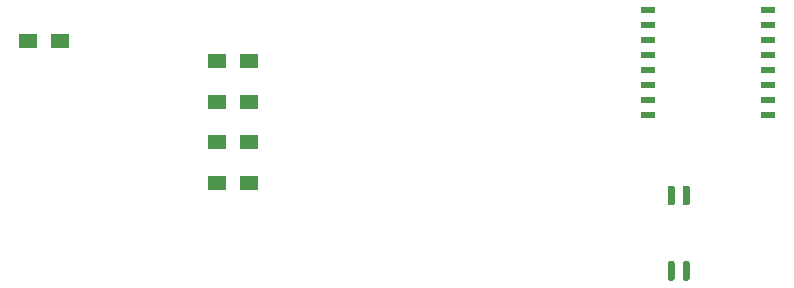
<source format=gbr>
G04 #@! TF.GenerationSoftware,KiCad,Pcbnew,5.1.5-52549c5~84~ubuntu18.04.1*
G04 #@! TF.CreationDate,2020-01-11T13:57:13+01:00*
G04 #@! TF.ProjectId,ESPControllerCircuit,45535043-6f6e-4747-926f-6c6c65724369,rev?*
G04 #@! TF.SameCoordinates,Original*
G04 #@! TF.FileFunction,Paste,Top*
G04 #@! TF.FilePolarity,Positive*
%FSLAX46Y46*%
G04 Gerber Fmt 4.6, Leading zero omitted, Abs format (unit mm)*
G04 Created by KiCad (PCBNEW 5.1.5-52549c5~84~ubuntu18.04.1) date 2020-01-11 13:57:13*
%MOMM*%
%LPD*%
G04 APERTURE LIST*
%ADD10C,0.100000*%
%ADD11R,1.143000X0.508000*%
%ADD12R,1.500000X1.300000*%
G04 APERTURE END LIST*
D10*
G36*
X130549703Y-129875722D02*
G01*
X130564264Y-129877882D01*
X130578543Y-129881459D01*
X130592403Y-129886418D01*
X130605710Y-129892712D01*
X130618336Y-129900280D01*
X130630159Y-129909048D01*
X130641066Y-129918934D01*
X130650952Y-129929841D01*
X130659720Y-129941664D01*
X130667288Y-129954290D01*
X130673582Y-129967597D01*
X130678541Y-129981457D01*
X130682118Y-129995736D01*
X130684278Y-130010297D01*
X130685000Y-130025000D01*
X130685000Y-131350000D01*
X130684278Y-131364703D01*
X130682118Y-131379264D01*
X130678541Y-131393543D01*
X130673582Y-131407403D01*
X130667288Y-131420710D01*
X130659720Y-131433336D01*
X130650952Y-131445159D01*
X130641066Y-131456066D01*
X130630159Y-131465952D01*
X130618336Y-131474720D01*
X130605710Y-131482288D01*
X130592403Y-131488582D01*
X130578543Y-131493541D01*
X130564264Y-131497118D01*
X130549703Y-131499278D01*
X130535000Y-131500000D01*
X130235000Y-131500000D01*
X130220297Y-131499278D01*
X130205736Y-131497118D01*
X130191457Y-131493541D01*
X130177597Y-131488582D01*
X130164290Y-131482288D01*
X130151664Y-131474720D01*
X130139841Y-131465952D01*
X130128934Y-131456066D01*
X130119048Y-131445159D01*
X130110280Y-131433336D01*
X130102712Y-131420710D01*
X130096418Y-131407403D01*
X130091459Y-131393543D01*
X130087882Y-131379264D01*
X130085722Y-131364703D01*
X130085000Y-131350000D01*
X130085000Y-130025000D01*
X130085722Y-130010297D01*
X130087882Y-129995736D01*
X130091459Y-129981457D01*
X130096418Y-129967597D01*
X130102712Y-129954290D01*
X130110280Y-129941664D01*
X130119048Y-129929841D01*
X130128934Y-129918934D01*
X130139841Y-129909048D01*
X130151664Y-129900280D01*
X130164290Y-129892712D01*
X130177597Y-129886418D01*
X130191457Y-129881459D01*
X130205736Y-129877882D01*
X130220297Y-129875722D01*
X130235000Y-129875000D01*
X130535000Y-129875000D01*
X130549703Y-129875722D01*
G37*
G36*
X129279703Y-129875722D02*
G01*
X129294264Y-129877882D01*
X129308543Y-129881459D01*
X129322403Y-129886418D01*
X129335710Y-129892712D01*
X129348336Y-129900280D01*
X129360159Y-129909048D01*
X129371066Y-129918934D01*
X129380952Y-129929841D01*
X129389720Y-129941664D01*
X129397288Y-129954290D01*
X129403582Y-129967597D01*
X129408541Y-129981457D01*
X129412118Y-129995736D01*
X129414278Y-130010297D01*
X129415000Y-130025000D01*
X129415000Y-131350000D01*
X129414278Y-131364703D01*
X129412118Y-131379264D01*
X129408541Y-131393543D01*
X129403582Y-131407403D01*
X129397288Y-131420710D01*
X129389720Y-131433336D01*
X129380952Y-131445159D01*
X129371066Y-131456066D01*
X129360159Y-131465952D01*
X129348336Y-131474720D01*
X129335710Y-131482288D01*
X129322403Y-131488582D01*
X129308543Y-131493541D01*
X129294264Y-131497118D01*
X129279703Y-131499278D01*
X129265000Y-131500000D01*
X128965000Y-131500000D01*
X128950297Y-131499278D01*
X128935736Y-131497118D01*
X128921457Y-131493541D01*
X128907597Y-131488582D01*
X128894290Y-131482288D01*
X128881664Y-131474720D01*
X128869841Y-131465952D01*
X128858934Y-131456066D01*
X128849048Y-131445159D01*
X128840280Y-131433336D01*
X128832712Y-131420710D01*
X128826418Y-131407403D01*
X128821459Y-131393543D01*
X128817882Y-131379264D01*
X128815722Y-131364703D01*
X128815000Y-131350000D01*
X128815000Y-130025000D01*
X128815722Y-130010297D01*
X128817882Y-129995736D01*
X128821459Y-129981457D01*
X128826418Y-129967597D01*
X128832712Y-129954290D01*
X128840280Y-129941664D01*
X128849048Y-129929841D01*
X128858934Y-129918934D01*
X128869841Y-129909048D01*
X128881664Y-129900280D01*
X128894290Y-129892712D01*
X128907597Y-129886418D01*
X128921457Y-129881459D01*
X128935736Y-129877882D01*
X128950297Y-129875722D01*
X128965000Y-129875000D01*
X129265000Y-129875000D01*
X129279703Y-129875722D01*
G37*
G36*
X129279703Y-123500722D02*
G01*
X129294264Y-123502882D01*
X129308543Y-123506459D01*
X129322403Y-123511418D01*
X129335710Y-123517712D01*
X129348336Y-123525280D01*
X129360159Y-123534048D01*
X129371066Y-123543934D01*
X129380952Y-123554841D01*
X129389720Y-123566664D01*
X129397288Y-123579290D01*
X129403582Y-123592597D01*
X129408541Y-123606457D01*
X129412118Y-123620736D01*
X129414278Y-123635297D01*
X129415000Y-123650000D01*
X129415000Y-124975000D01*
X129414278Y-124989703D01*
X129412118Y-125004264D01*
X129408541Y-125018543D01*
X129403582Y-125032403D01*
X129397288Y-125045710D01*
X129389720Y-125058336D01*
X129380952Y-125070159D01*
X129371066Y-125081066D01*
X129360159Y-125090952D01*
X129348336Y-125099720D01*
X129335710Y-125107288D01*
X129322403Y-125113582D01*
X129308543Y-125118541D01*
X129294264Y-125122118D01*
X129279703Y-125124278D01*
X129265000Y-125125000D01*
X128965000Y-125125000D01*
X128950297Y-125124278D01*
X128935736Y-125122118D01*
X128921457Y-125118541D01*
X128907597Y-125113582D01*
X128894290Y-125107288D01*
X128881664Y-125099720D01*
X128869841Y-125090952D01*
X128858934Y-125081066D01*
X128849048Y-125070159D01*
X128840280Y-125058336D01*
X128832712Y-125045710D01*
X128826418Y-125032403D01*
X128821459Y-125018543D01*
X128817882Y-125004264D01*
X128815722Y-124989703D01*
X128815000Y-124975000D01*
X128815000Y-123650000D01*
X128815722Y-123635297D01*
X128817882Y-123620736D01*
X128821459Y-123606457D01*
X128826418Y-123592597D01*
X128832712Y-123579290D01*
X128840280Y-123566664D01*
X128849048Y-123554841D01*
X128858934Y-123543934D01*
X128869841Y-123534048D01*
X128881664Y-123525280D01*
X128894290Y-123517712D01*
X128907597Y-123511418D01*
X128921457Y-123506459D01*
X128935736Y-123502882D01*
X128950297Y-123500722D01*
X128965000Y-123500000D01*
X129265000Y-123500000D01*
X129279703Y-123500722D01*
G37*
G36*
X130549703Y-123500722D02*
G01*
X130564264Y-123502882D01*
X130578543Y-123506459D01*
X130592403Y-123511418D01*
X130605710Y-123517712D01*
X130618336Y-123525280D01*
X130630159Y-123534048D01*
X130641066Y-123543934D01*
X130650952Y-123554841D01*
X130659720Y-123566664D01*
X130667288Y-123579290D01*
X130673582Y-123592597D01*
X130678541Y-123606457D01*
X130682118Y-123620736D01*
X130684278Y-123635297D01*
X130685000Y-123650000D01*
X130685000Y-124975000D01*
X130684278Y-124989703D01*
X130682118Y-125004264D01*
X130678541Y-125018543D01*
X130673582Y-125032403D01*
X130667288Y-125045710D01*
X130659720Y-125058336D01*
X130650952Y-125070159D01*
X130641066Y-125081066D01*
X130630159Y-125090952D01*
X130618336Y-125099720D01*
X130605710Y-125107288D01*
X130592403Y-125113582D01*
X130578543Y-125118541D01*
X130564264Y-125122118D01*
X130549703Y-125124278D01*
X130535000Y-125125000D01*
X130235000Y-125125000D01*
X130220297Y-125124278D01*
X130205736Y-125122118D01*
X130191457Y-125118541D01*
X130177597Y-125113582D01*
X130164290Y-125107288D01*
X130151664Y-125099720D01*
X130139841Y-125090952D01*
X130128934Y-125081066D01*
X130119048Y-125070159D01*
X130110280Y-125058336D01*
X130102712Y-125045710D01*
X130096418Y-125032403D01*
X130091459Y-125018543D01*
X130087882Y-125004264D01*
X130085722Y-124989703D01*
X130085000Y-124975000D01*
X130085000Y-123650000D01*
X130085722Y-123635297D01*
X130087882Y-123620736D01*
X130091459Y-123606457D01*
X130096418Y-123592597D01*
X130102712Y-123579290D01*
X130110280Y-123566664D01*
X130119048Y-123554841D01*
X130128934Y-123543934D01*
X130139841Y-123534048D01*
X130151664Y-123525280D01*
X130164290Y-123517712D01*
X130177597Y-123511418D01*
X130191457Y-123506459D01*
X130205736Y-123502882D01*
X130220297Y-123500722D01*
X130235000Y-123500000D01*
X130535000Y-123500000D01*
X130549703Y-123500722D01*
G37*
D11*
X127170000Y-108555000D03*
X127170000Y-109825000D03*
X127170000Y-111095000D03*
X127170000Y-112365000D03*
X127170000Y-113635000D03*
X127170000Y-114905000D03*
X127170000Y-116175000D03*
X127170000Y-117445000D03*
X137330000Y-117445000D03*
X137330000Y-116175000D03*
X137330000Y-114905000D03*
X137330000Y-113635000D03*
X137330000Y-112365000D03*
X137330000Y-111095000D03*
X137330000Y-109825000D03*
X137330000Y-108555000D03*
D12*
X93350000Y-123250000D03*
X90650000Y-123250000D03*
X93350000Y-119812500D03*
X90650000Y-119812500D03*
X93350000Y-116375000D03*
X90650000Y-116375000D03*
X93350000Y-112937500D03*
X90650000Y-112937500D03*
X77350000Y-111250000D03*
X74650000Y-111250000D03*
M02*

</source>
